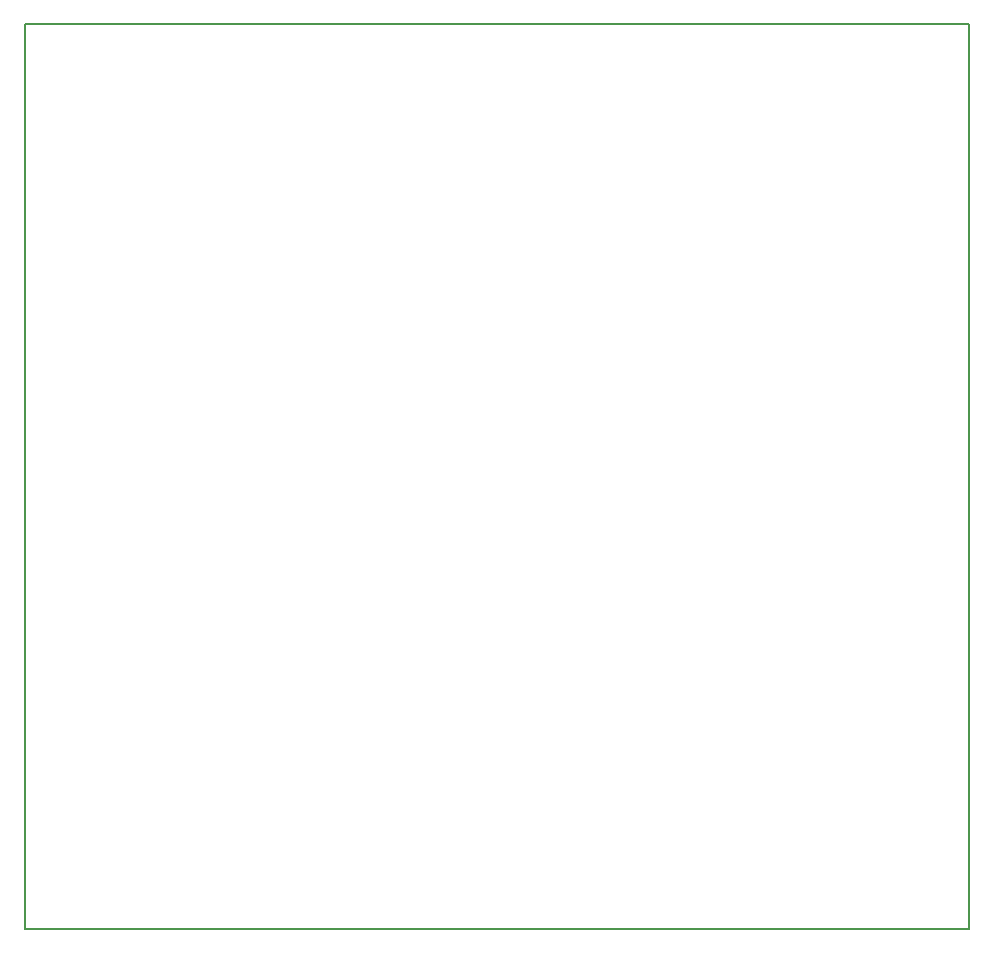
<source format=gbr>
%TF.GenerationSoftware,KiCad,Pcbnew,4.0.7*%
%TF.CreationDate,2018-04-08T16:14:44+02:00*%
%TF.ProjectId,power_board,706F7765725F626F6172642E6B696361,rev?*%
%TF.FileFunction,Profile,NP*%
%FSLAX46Y46*%
G04 Gerber Fmt 4.6, Leading zero omitted, Abs format (unit mm)*
G04 Created by KiCad (PCBNEW 4.0.7) date 04/08/18 16:14:44*
%MOMM*%
%LPD*%
G01*
G04 APERTURE LIST*
%ADD10C,0.150000*%
G04 APERTURE END LIST*
D10*
X104000000Y-119820000D02*
X184000000Y-119820000D01*
X104000000Y-43120000D02*
X184000000Y-43120000D01*
X184000000Y-43120000D02*
X184000000Y-119820000D01*
X104000000Y-43120000D02*
X104000000Y-119820000D01*
M02*

</source>
